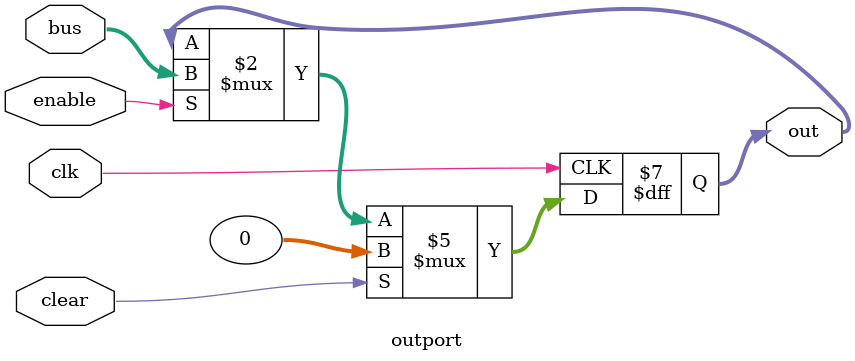
<source format=v>
module outport(
    input wire clk, clear, enable,
    input wire [31:0] bus,
    output reg [31:0] out
);

  always @(posedge clk) begin
    if (clear)
      out <= 32'b0;
    else if (enable)
      out <= bus;       // latch bus data into outport register
  end

endmodule

</source>
